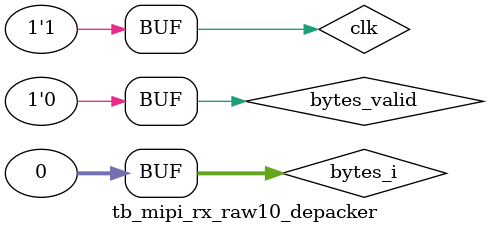
<source format=v>
`timescale 1ns/1ns

module tb_mipi_rx_raw10_depacker();
	
		reg clk;
	reg bytes_valid;
	reg  [31:0]bytes_i;
	wire [39:0]bytes_o;
	wire synced;

wire reset_g;
GSR GSR_INST (.GSR (reset_g));
PUR PUR_INST (.PUR (reset_g)); 

mipi_rx_raw10_depacker ins1(	.clk_i(clk),
						.data_valid_i(bytes_valid),
						.data_i(bytes_i),
						.output_valid_o(synced),
						.output_o(bytes_o));

task sendbytes;
	input [31:0]bytes;
	begin
	bytes_i = bytes;
	clk = 1'b0;
	#4
	clk = 1'b1;
	#4;
	end
endtask

initial begin
		clk = 1'b0;
		bytes_valid = 4'h0;
		#50
		sendbytes(32'h0);
		sendbytes(32'h0);
		bytes_valid = 1'h1;
		sendbytes(32'h12345678);
		sendbytes(32'h00BCDEF0);
		sendbytes(32'h12005678);
		sendbytes(32'h9ABC00F0);
		sendbytes(32'hBBBBBB00);
		
		sendbytes(32'h12345678);
		sendbytes(32'h00BCDEF0);
		sendbytes(32'h12005678);
		sendbytes(32'h9ABC00F0);
		sendbytes(32'hAAAAAA00);
		
		sendbytes(32'h12345678);
		sendbytes(32'h00BCDEF0);
		sendbytes(32'h12005678);
		sendbytes(32'h9ABC00F0);
		sendbytes(32'hDDDDDD00);		
		bytes_valid = 1'h0;
		sendbytes(32'h00000000);
		sendbytes(32'h00000000);
		sendbytes(32'h00000000);
		sendbytes(32'h00000000);
		sendbytes(32'h00000000);
		sendbytes(32'h00000000);
		sendbytes(32'h00000000);
		sendbytes(32'h00000000);
end
endmodule
</source>
